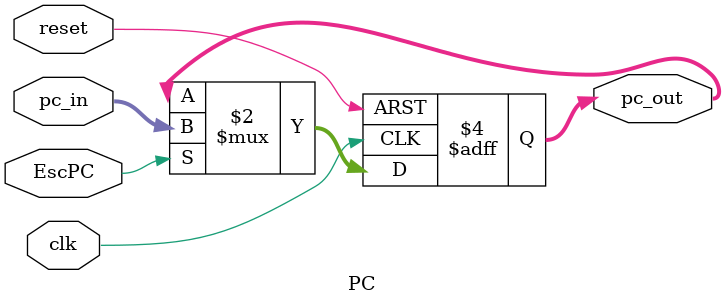
<source format=v>
module PC (
    input wire clk,
    input wire reset,
    input wire EscPC,       // Habilita a escrita no PC
    input wire [7:0] pc_in, // Novo valor do PC
    output reg [7:0] pc_out // Saída do PC
);


    always @(posedge clk or posedge reset) begin
        if (reset) begin
            pc_out <= 8'h00;
        end else if (EscPC) begin
            pc_out <= pc_in;
        end
    end


endmodule

</source>
